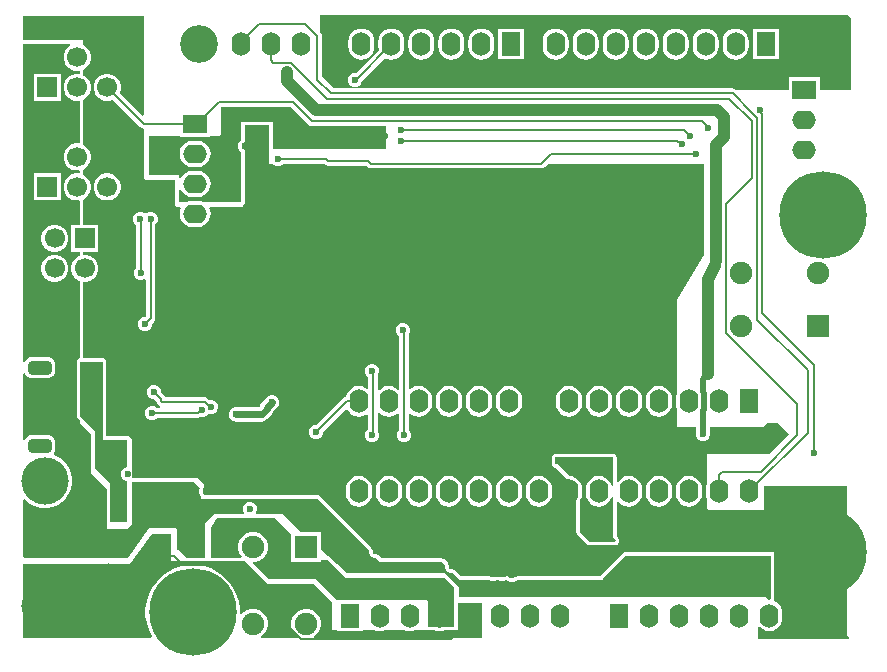
<source format=gbl>
G04*
G04 #@! TF.GenerationSoftware,Altium Limited,Altium Designer,21.3.1 (25)*
G04*
G04 Layer_Physical_Order=2*
G04 Layer_Color=16711680*
%FSLAX44Y44*%
%MOMM*%
G71*
G04*
G04 #@! TF.SameCoordinates,472AA62F-3F09-4C21-BF2B-41C26AEB2B16*
G04*
G04*
G04 #@! TF.FilePolarity,Positive*
G04*
G01*
G75*
%ADD10C,0.2000*%
%ADD11C,0.5000*%
%ADD27R,1.9000X1.9000*%
%ADD64R,1.9000X1.9000*%
%ADD65C,1.9000*%
%ADD71C,0.6000*%
%ADD73C,1.0000*%
%ADD74C,3.2000*%
%ADD75C,4.0000*%
%ADD76O,1.6000X2.0000*%
%ADD77R,1.6000X2.0000*%
%ADD78C,7.4000*%
%ADD79R,1.7000X1.7000*%
%ADD80C,1.7000*%
%ADD81O,2.0000X1.6000*%
%ADD82R,2.0000X1.6000*%
G04:AMPARAMS|DCode=83|XSize=2mm|YSize=1.2mm|CornerRadius=0.36mm|HoleSize=0mm|Usage=FLASHONLY|Rotation=0.000|XOffset=0mm|YOffset=0mm|HoleType=Round|Shape=RoundedRectangle|*
%AMROUNDEDRECTD83*
21,1,2.0000,0.4800,0,0,0.0*
21,1,1.2800,1.2000,0,0,0.0*
1,1,0.7200,0.6400,-0.2400*
1,1,0.7200,-0.6400,-0.2400*
1,1,0.7200,-0.6400,0.2400*
1,1,0.7200,0.6400,0.2400*
%
%ADD83ROUNDEDRECTD83*%
%ADD84C,0.6000*%
G36*
X709500Y528750D02*
Y468000D01*
X683306D01*
Y478360D01*
X657306D01*
Y468000D01*
X612160D01*
X611161Y468668D01*
X610902Y468719D01*
X609600Y468978D01*
X609600Y468978D01*
X272272D01*
X261888Y479362D01*
Y513080D01*
X261578Y514641D01*
X260694Y515964D01*
X260694Y515964D01*
X260250Y516408D01*
Y530750D01*
X707500D01*
X709500Y528750D01*
D02*
G37*
G36*
X111000Y446337D02*
X109827Y445851D01*
X90540Y465138D01*
X90726Y465461D01*
X91510Y468386D01*
Y471414D01*
X90726Y474339D01*
X89212Y476961D01*
X87071Y479102D01*
X84449Y480616D01*
X81524Y481400D01*
X78496D01*
X75571Y480616D01*
X72949Y479102D01*
X70808Y476961D01*
X69294Y474339D01*
X68510Y471414D01*
Y468386D01*
X69294Y465461D01*
X70808Y462839D01*
X72949Y460698D01*
X75571Y459184D01*
X78496Y458400D01*
X81524D01*
X84449Y459184D01*
X84772Y459370D01*
X108114Y436028D01*
X108114Y436028D01*
X109437Y435144D01*
X110998Y434834D01*
X111000Y433637D01*
Y393500D01*
X113000Y391500D01*
X137750D01*
Y370000D01*
X139000Y368750D01*
X141655D01*
X142501Y367480D01*
X141715Y365584D01*
X141337Y362712D01*
X141715Y359840D01*
X142823Y357164D01*
X144587Y354867D01*
X146884Y353103D01*
X149560Y351995D01*
X152432Y351617D01*
X156432D01*
X159304Y351995D01*
X161980Y353103D01*
X164277Y354867D01*
X166040Y357164D01*
X167149Y359840D01*
X167527Y362712D01*
X167149Y365584D01*
X166363Y367480D01*
X167209Y368750D01*
X195250D01*
Y370424D01*
X195663Y370837D01*
X196326Y371829D01*
X196559Y373000D01*
X196559Y373000D01*
Y415263D01*
X196559Y415264D01*
X196559Y415264D01*
X196435Y415883D01*
X196326Y416434D01*
X196326Y416434D01*
X196326Y416434D01*
X196001Y416920D01*
X195663Y417426D01*
X195663Y417426D01*
X195662Y417427D01*
X195576Y417484D01*
X195250Y417811D01*
Y422929D01*
X195576Y423256D01*
X195662Y423313D01*
X195663Y423314D01*
X195663Y423314D01*
X196001Y423820D01*
X196326Y424306D01*
X196326Y424306D01*
X196326Y424306D01*
X196435Y424857D01*
X196559Y425476D01*
X196559Y425476D01*
X196559Y425477D01*
Y437559D01*
X196691Y437691D01*
X217250D01*
Y405813D01*
X217250Y404750D01*
X217500Y404500D01*
X217750Y404750D01*
X218520Y404750D01*
X220495D01*
X221391Y403853D01*
X223596Y402940D01*
X225984D01*
X228189Y403853D01*
X229085Y404750D01*
X263754D01*
X263798Y404706D01*
X263798Y404706D01*
X265121Y403822D01*
X266682Y403512D01*
X299404D01*
X300589Y402326D01*
X300589Y402326D01*
X301912Y401442D01*
X303473Y401132D01*
X303473Y401132D01*
X447686D01*
X447687Y401132D01*
X449247Y401442D01*
X450570Y402326D01*
X452994Y404750D01*
X585250D01*
Y327582D01*
X562500Y289653D01*
Y210525D01*
X561799Y208834D01*
X561421Y205962D01*
Y201962D01*
X561799Y199090D01*
X562500Y197398D01*
Y182250D01*
X578892D01*
Y179395D01*
X578200Y177724D01*
Y175336D01*
X579113Y173131D01*
X580801Y171443D01*
X583007Y170530D01*
X585393D01*
X587599Y171443D01*
X589287Y173131D01*
X590200Y175336D01*
Y177724D01*
X590108Y177946D01*
Y182250D01*
X635250D01*
X638750Y185750D01*
X648250D01*
X657500Y176500D01*
X640000Y159000D01*
X587750D01*
Y133963D01*
X587199Y132634D01*
X586821Y129762D01*
Y125762D01*
X587199Y122890D01*
X587750Y121560D01*
Y113500D01*
X589500Y111750D01*
X635750D01*
Y132250D01*
X636000Y132500D01*
X706000D01*
Y6000D01*
X707980Y4020D01*
X707454Y2750D01*
X631000D01*
Y13056D01*
X632203Y13465D01*
X632743Y12761D01*
X635041Y10998D01*
X637716Y9889D01*
X640588Y9511D01*
X643460Y9889D01*
X646135Y10998D01*
X648433Y12761D01*
X650197Y15058D01*
X651305Y17734D01*
X651683Y20606D01*
Y24606D01*
X651305Y27478D01*
X650197Y30154D01*
X648433Y32451D01*
X646135Y34214D01*
X645515Y34471D01*
X645196Y34743D01*
X644576Y35346D01*
X644686Y35902D01*
X644808Y36455D01*
X644803Y36486D01*
X644809Y36516D01*
Y73250D01*
X644576Y74420D01*
X644500Y74534D01*
Y76500D01*
X520534D01*
X520420Y76576D01*
X519250Y76809D01*
X518079Y76576D01*
X517087Y75913D01*
X517087Y75913D01*
X497337Y56163D01*
X497100Y55809D01*
X426995D01*
X425825Y55576D01*
X425337Y55250D01*
X420483D01*
X419995Y55576D01*
X418825Y55809D01*
X418825Y55809D01*
X417985D01*
X417985Y55809D01*
X416815Y55576D01*
X416615Y55443D01*
X416150Y55250D01*
X412850D01*
X412385Y55443D01*
X412185Y55576D01*
X411015Y55809D01*
X411015Y55809D01*
X410485D01*
X410485Y55809D01*
X409315Y55576D01*
X409115Y55443D01*
X408650Y55250D01*
X405350D01*
X404885Y55443D01*
X404685Y55576D01*
X403515Y55809D01*
X403515Y55809D01*
X380017D01*
X374893Y60933D01*
X373900Y61596D01*
X372730Y61829D01*
X372730Y61829D01*
X372671D01*
X369169Y65331D01*
Y65390D01*
X369169Y65390D01*
X368936Y66561D01*
X368273Y67553D01*
X365663Y70163D01*
X364670Y70826D01*
X363500Y71059D01*
X363500Y71059D01*
X312517D01*
X309943Y73633D01*
X308951Y74296D01*
X308331Y74419D01*
X304289Y78461D01*
X304166Y79081D01*
X303503Y80073D01*
X303503Y80073D01*
X259913Y123663D01*
X258920Y124326D01*
X257750Y124559D01*
X257750Y124559D01*
X162470D01*
X162326Y125285D01*
X162000Y125773D01*
Y134250D01*
X156750Y139500D01*
X100750D01*
Y172250D01*
X98250Y174750D01*
X79259D01*
Y237490D01*
X79026Y238661D01*
X78500Y239448D01*
Y240000D01*
X78250Y240250D01*
X77469D01*
X77371Y240316D01*
X76200Y240549D01*
X59809D01*
Y304984D01*
X62474D01*
X65399Y305768D01*
X68021Y307282D01*
X70162Y309423D01*
X71676Y312045D01*
X72460Y314970D01*
Y317998D01*
X71676Y320923D01*
X70162Y323545D01*
X68021Y325686D01*
X65399Y327200D01*
X62474Y327984D01*
X59809D01*
Y330384D01*
X72460D01*
Y353384D01*
X59809D01*
Y373592D01*
X59769Y373789D01*
X59783Y373991D01*
X59654Y374370D01*
X59576Y374762D01*
X60440Y375659D01*
X61671Y376370D01*
X63812Y378511D01*
X65326Y381133D01*
X66110Y384058D01*
Y387086D01*
X65326Y390011D01*
X63812Y392633D01*
X61671Y394774D01*
X60440Y395485D01*
X59576Y396382D01*
X59654Y396774D01*
X59783Y397153D01*
X59769Y397355D01*
X59809Y397552D01*
Y398992D01*
X59769Y399189D01*
X59783Y399391D01*
X59654Y399770D01*
X59576Y400162D01*
X60440Y401059D01*
X61671Y401770D01*
X63812Y403911D01*
X65326Y406533D01*
X66110Y409458D01*
Y412486D01*
X65326Y415411D01*
X63812Y418033D01*
X61671Y420174D01*
X60440Y420885D01*
X59576Y421782D01*
X59654Y422174D01*
X59783Y422553D01*
X59769Y422755D01*
X59809Y422952D01*
Y457920D01*
X59769Y458117D01*
X59783Y458319D01*
X59654Y458698D01*
X59576Y459090D01*
X60440Y459987D01*
X61671Y460698D01*
X63812Y462839D01*
X65326Y465461D01*
X66110Y468386D01*
Y471414D01*
X65326Y474339D01*
X63812Y476961D01*
X61671Y479102D01*
X60440Y479813D01*
X59576Y480710D01*
X59654Y481102D01*
X59783Y481481D01*
X59769Y481683D01*
X59809Y481880D01*
Y483320D01*
X59769Y483517D01*
X59783Y483719D01*
X59654Y484098D01*
X59576Y484490D01*
X60440Y485387D01*
X61671Y486098D01*
X63812Y488239D01*
X65326Y490861D01*
X66110Y493786D01*
Y496814D01*
X65326Y499739D01*
X63812Y502361D01*
X61671Y504502D01*
X59500Y505756D01*
Y509750D01*
X59750Y510000D01*
X9000D01*
Y530250D01*
X111000D01*
Y446337D01*
D02*
G37*
G36*
X250556Y438366D02*
X250556Y438366D01*
X251879Y437482D01*
X253440Y437172D01*
X253440Y437172D01*
X316000D01*
Y417750D01*
X315750Y417500D01*
X220750D01*
Y440750D01*
X193500D01*
Y425477D01*
X193451Y425457D01*
X191763Y423769D01*
X190850Y421563D01*
Y419176D01*
X191763Y416971D01*
X193451Y415283D01*
X193500Y415263D01*
Y373000D01*
X193000Y372500D01*
X161546D01*
X159304Y373429D01*
X156432Y373807D01*
X152432D01*
X149560Y373429D01*
X147318Y372500D01*
X141250D01*
Y383045D01*
X142520Y383297D01*
X142823Y382565D01*
X144587Y380267D01*
X146884Y378503D01*
X149560Y377395D01*
X152432Y377017D01*
X156432D01*
X159304Y377395D01*
X161980Y378503D01*
X164277Y380267D01*
X166040Y382565D01*
X167149Y385240D01*
X167527Y388112D01*
X167149Y390984D01*
X166040Y393660D01*
X164277Y395957D01*
X161980Y397720D01*
X159304Y398829D01*
X156432Y399207D01*
X152432D01*
X149560Y398829D01*
X146884Y397720D01*
X144587Y395957D01*
X142823Y393660D01*
X142520Y392927D01*
X141250Y393179D01*
Y395000D01*
X140750Y395500D01*
X115250D01*
Y429000D01*
X141432D01*
Y427912D01*
X167432D01*
Y429000D01*
X175250D01*
X176500Y430250D01*
Y453122D01*
X235801D01*
X250556Y438366D01*
D02*
G37*
G36*
X48809Y505230D02*
X47549Y504502D01*
X45408Y502361D01*
X43894Y499739D01*
X43110Y496814D01*
Y493786D01*
X43894Y490861D01*
X45408Y488239D01*
X47549Y486098D01*
X50171Y484584D01*
X53096Y483800D01*
X56124D01*
X56750Y483320D01*
Y481880D01*
X56124Y481400D01*
X53096D01*
X50171Y480616D01*
X47549Y479102D01*
X45408Y476961D01*
X43894Y474339D01*
X43110Y471414D01*
Y468386D01*
X43894Y465461D01*
X45408Y462839D01*
X47549Y460698D01*
X50171Y459184D01*
X53096Y458400D01*
X56124D01*
X56750Y457920D01*
Y422952D01*
X56124Y422472D01*
X53096D01*
X50171Y421688D01*
X47549Y420174D01*
X45408Y418033D01*
X43894Y415411D01*
X43110Y412486D01*
Y409458D01*
X43894Y406533D01*
X45408Y403911D01*
X47549Y401770D01*
X50171Y400256D01*
X53096Y399472D01*
X56124D01*
X56750Y398992D01*
Y397552D01*
X56124Y397072D01*
X53096D01*
X50171Y396288D01*
X47549Y394774D01*
X45408Y392633D01*
X43894Y390011D01*
X43110Y387086D01*
Y384058D01*
X43894Y381133D01*
X45408Y378511D01*
X47549Y376370D01*
X50171Y374856D01*
X53096Y374072D01*
X56124D01*
X56750Y373592D01*
Y353384D01*
X49460D01*
Y343398D01*
Y330384D01*
X56750D01*
Y327262D01*
X56521Y327200D01*
X53899Y325686D01*
X51758Y323545D01*
X50244Y320923D01*
X49460Y317998D01*
Y314970D01*
X50244Y312045D01*
X51758Y309423D01*
X53899Y307282D01*
X56521Y305768D01*
X56750Y305706D01*
Y240469D01*
X55979Y240316D01*
X54987Y239653D01*
X54324Y238661D01*
X54091Y237490D01*
Y191770D01*
X54091Y191770D01*
X54324Y190599D01*
X54987Y189607D01*
X54987Y189607D01*
X56750Y187844D01*
Y185750D01*
X66250Y176250D01*
Y142500D01*
X66500D01*
X79491Y129509D01*
Y101600D01*
X79724Y100429D01*
X79750Y100391D01*
Y96000D01*
X97250D01*
X101000Y99750D01*
X100750Y100000D01*
Y136000D01*
X153000D01*
X158330Y130670D01*
X157830Y129464D01*
Y127077D01*
X158743Y124871D01*
X159500Y124115D01*
Y121500D01*
X257750D01*
X301340Y77910D01*
Y76276D01*
X302253Y74071D01*
X303941Y72383D01*
X306147Y71470D01*
X307780D01*
X311250Y68000D01*
X363500D01*
X366110Y65390D01*
Y63576D01*
X367023Y61371D01*
X368711Y59683D01*
X370916Y58770D01*
X372730D01*
X378750Y52750D01*
X403515D01*
X403601Y52663D01*
X405807Y51750D01*
X408194D01*
X410399Y52663D01*
X410485Y52750D01*
X411015D01*
X411101Y52663D01*
X413307Y51750D01*
X415694D01*
X417899Y52663D01*
X417985Y52750D01*
X418825D01*
X419511Y52063D01*
X421716Y51150D01*
X424104D01*
X426309Y52063D01*
X426995Y52750D01*
X499500D01*
Y54000D01*
X519250Y73750D01*
X519750Y73250D01*
X641750D01*
Y36516D01*
X640480Y36020D01*
X638000Y38500D01*
X377500D01*
Y46500D01*
X376297Y47703D01*
X376206Y48161D01*
X375543Y49153D01*
X367923Y56773D01*
X366931Y57436D01*
X366473Y57527D01*
X364500Y59500D01*
X364000Y59000D01*
X282750D01*
X274388Y66488D01*
X268863Y72013D01*
X267871Y72676D01*
X267365Y72776D01*
X261060Y78422D01*
Y93260D01*
X244490D01*
X227750Y108250D01*
X223350D01*
X222250Y108469D01*
X222250Y108469D01*
X206243D01*
X205791Y109739D01*
X206660Y111837D01*
Y114223D01*
X205747Y116429D01*
X204059Y118117D01*
X201854Y119030D01*
X199466D01*
X197261Y118117D01*
X195573Y116429D01*
X194660Y114223D01*
Y111837D01*
X195529Y109739D01*
X195077Y108469D01*
X172720D01*
X172321Y108389D01*
X171915Y108361D01*
X171741Y108274D01*
X171620Y108250D01*
X170500D01*
X162500Y100250D01*
Y71639D01*
X147361D01*
X141000Y78000D01*
X138750D01*
Y95750D01*
X138000Y96500D01*
X115750D01*
X97250Y71500D01*
X10167Y71253D01*
X9000Y72417D01*
Y120761D01*
X10270Y121287D01*
X12516Y119041D01*
X16283Y116524D01*
X20469Y114790D01*
X24913Y113906D01*
X29443D01*
X33887Y114790D01*
X38073Y116524D01*
X41840Y119041D01*
X45043Y122244D01*
X47560Y126011D01*
X49294Y130197D01*
X50178Y134641D01*
Y139171D01*
X49294Y143615D01*
X47560Y147801D01*
X45043Y151568D01*
X41840Y154771D01*
X38073Y157288D01*
X34999Y158561D01*
X34585Y160108D01*
X35025Y160681D01*
X35690Y162287D01*
X35917Y164010D01*
Y168810D01*
X35690Y170533D01*
X35025Y172138D01*
X33967Y173517D01*
X32589Y174575D01*
X30983Y175240D01*
X29260Y175467D01*
X16460D01*
X14737Y175240D01*
X13132Y174575D01*
X11753Y173517D01*
X10695Y172138D01*
X10270Y171113D01*
X9000Y171365D01*
Y227455D01*
X10270Y227707D01*
X10695Y226681D01*
X11753Y225303D01*
X13132Y224245D01*
X14737Y223580D01*
X16460Y223353D01*
X29260D01*
X30983Y223580D01*
X32589Y224245D01*
X33967Y225303D01*
X35025Y226681D01*
X35690Y228287D01*
X35917Y230010D01*
Y234810D01*
X35690Y236533D01*
X35025Y238139D01*
X33967Y239517D01*
X32589Y240575D01*
X30983Y241240D01*
X29260Y241467D01*
X16460D01*
X14737Y241240D01*
X13132Y240575D01*
X11753Y239517D01*
X10695Y238139D01*
X10270Y237113D01*
X9000Y237365D01*
Y506500D01*
X48469D01*
X48809Y505230D01*
D02*
G37*
G36*
X76200Y171450D02*
X96520D01*
Y148131D01*
X94601Y147337D01*
X92914Y145649D01*
X92000Y143443D01*
Y141056D01*
X92914Y138851D01*
X94601Y137163D01*
X96520Y136369D01*
Y101600D01*
X82550D01*
Y134620D01*
X69850Y147320D01*
Y179070D01*
X57150Y191770D01*
Y237490D01*
X76200D01*
Y171450D01*
D02*
G37*
G36*
X134250Y68580D02*
X196850Y68580D01*
X215900Y49530D01*
X255270Y49530D01*
X270510Y34290D01*
Y10160D01*
X274496D01*
Y9352D01*
X296496D01*
Y10160D01*
X306757D01*
X308024Y9635D01*
X310896Y9257D01*
X313768Y9635D01*
X315035Y10160D01*
X332157D01*
X333424Y9635D01*
X336296Y9257D01*
X339168Y9635D01*
X340435Y10160D01*
X357557D01*
X358824Y9635D01*
X361696Y9257D01*
X364568Y9635D01*
X365835Y10160D01*
X377190D01*
Y33020D01*
X397510D01*
Y3810D01*
X255402D01*
X255062Y5080D01*
X256235Y5757D01*
X258563Y8085D01*
X260208Y10935D01*
X261060Y14114D01*
Y17406D01*
X260208Y20585D01*
X258563Y23435D01*
X256235Y25763D01*
X253385Y27408D01*
X250206Y28260D01*
X246914D01*
X243735Y27408D01*
X240885Y25763D01*
X238557Y23435D01*
X236912Y20585D01*
X236060Y17406D01*
Y14114D01*
X236912Y10935D01*
X238557Y8085D01*
X240885Y5757D01*
X242058Y5080D01*
X241718Y3810D01*
X210402D01*
X210062Y5080D01*
X211235Y5757D01*
X213563Y8085D01*
X215208Y10935D01*
X216060Y14114D01*
Y17406D01*
X215208Y20585D01*
X213563Y23435D01*
X211235Y25763D01*
X208385Y27408D01*
X205206Y28260D01*
X201914D01*
X198735Y27408D01*
X195885Y25763D01*
X193670Y23548D01*
X193182Y23609D01*
X192400Y23970D01*
Y28548D01*
X191415Y34767D01*
X189470Y40755D01*
X186611Y46365D01*
X182910Y51458D01*
X178458Y55910D01*
X173365Y59611D01*
X167755Y62470D01*
X161767Y64415D01*
X155548Y65400D01*
X149252D01*
X143033Y64415D01*
X137045Y62470D01*
X131435Y59611D01*
X126342Y55910D01*
X121890Y51458D01*
X118189Y46365D01*
X115330Y40755D01*
X113385Y34767D01*
X112400Y28548D01*
Y22252D01*
X113385Y16033D01*
X115330Y10045D01*
X117860Y5080D01*
X117114Y3810D01*
X9788D01*
X8890Y4708D01*
X8890Y7620D01*
Y66040D01*
X80010D01*
X81280Y67310D01*
X82550Y66040D01*
X99495D01*
X118000Y92000D01*
X134250D01*
Y68580D01*
D02*
G37*
G36*
X236060Y91600D02*
Y68260D01*
X261060D01*
Y69850D01*
X266700D01*
X281940Y54610D01*
X365760D01*
X373380Y46990D01*
Y13219D01*
X365835D01*
X364664Y12986D01*
X363769Y12615D01*
X361696Y12342D01*
X359623Y12615D01*
X358728Y12986D01*
X357557Y13219D01*
X351790D01*
Y34258D01*
X350426Y35622D01*
X274258D01*
X256540Y53340D01*
X217170D01*
X203423Y67087D01*
X203909Y68260D01*
X205206D01*
X208385Y69112D01*
X211235Y70757D01*
X213563Y73085D01*
X215208Y75935D01*
X216060Y79114D01*
Y82406D01*
X215208Y85585D01*
X213563Y88435D01*
X211235Y90763D01*
X208385Y92408D01*
X205206Y93260D01*
X201914D01*
X198735Y92408D01*
X195885Y90763D01*
X193557Y88435D01*
X191912Y85585D01*
X191060Y82406D01*
Y79114D01*
X191912Y75935D01*
X193557Y73085D01*
X193830Y72812D01*
X193344Y71639D01*
X167640Y71639D01*
Y96520D01*
X172720Y105410D01*
X222250D01*
X236060Y91600D01*
D02*
G37*
%LPC*%
G36*
X648540Y519476D02*
X626540D01*
Y493476D01*
X648540D01*
Y519476D01*
D02*
G37*
G36*
X433148D02*
X411148D01*
Y493476D01*
X433148D01*
Y519476D01*
D02*
G37*
G36*
X612140Y519571D02*
X609268Y519193D01*
X606592Y518084D01*
X604295Y516321D01*
X602532Y514024D01*
X601423Y511348D01*
X601045Y508476D01*
Y504476D01*
X601423Y501604D01*
X602532Y498928D01*
X604295Y496631D01*
X606592Y494868D01*
X609268Y493759D01*
X612140Y493381D01*
X615012Y493759D01*
X617687Y494868D01*
X619985Y496631D01*
X621749Y498928D01*
X622857Y501604D01*
X623235Y504476D01*
Y508476D01*
X622857Y511348D01*
X621749Y514024D01*
X619985Y516321D01*
X617687Y518084D01*
X615012Y519193D01*
X612140Y519571D01*
D02*
G37*
G36*
X586740D02*
X583868Y519193D01*
X581193Y518084D01*
X578895Y516321D01*
X577132Y514024D01*
X576023Y511348D01*
X575645Y508476D01*
Y504476D01*
X576023Y501604D01*
X577132Y498928D01*
X578895Y496631D01*
X581193Y494868D01*
X583868Y493759D01*
X586740Y493381D01*
X589612Y493759D01*
X592287Y494868D01*
X594585Y496631D01*
X596348Y498928D01*
X597457Y501604D01*
X597835Y504476D01*
Y508476D01*
X597457Y511348D01*
X596348Y514024D01*
X594585Y516321D01*
X592287Y518084D01*
X589612Y519193D01*
X586740Y519571D01*
D02*
G37*
G36*
X561340D02*
X558468Y519193D01*
X555793Y518084D01*
X553495Y516321D01*
X551731Y514024D01*
X550623Y511348D01*
X550245Y508476D01*
Y504476D01*
X550623Y501604D01*
X551731Y498928D01*
X553495Y496631D01*
X555793Y494868D01*
X558468Y493759D01*
X561340Y493381D01*
X564212Y493759D01*
X566888Y494868D01*
X569185Y496631D01*
X570948Y498928D01*
X572057Y501604D01*
X572435Y504476D01*
Y508476D01*
X572057Y511348D01*
X570948Y514024D01*
X569185Y516321D01*
X566888Y518084D01*
X564212Y519193D01*
X561340Y519571D01*
D02*
G37*
G36*
X535940D02*
X533068Y519193D01*
X530392Y518084D01*
X528095Y516321D01*
X526331Y514024D01*
X525223Y511348D01*
X524845Y508476D01*
Y504476D01*
X525223Y501604D01*
X526331Y498928D01*
X528095Y496631D01*
X530392Y494868D01*
X533068Y493759D01*
X535940Y493381D01*
X538812Y493759D01*
X541488Y494868D01*
X543785Y496631D01*
X545549Y498928D01*
X546657Y501604D01*
X547035Y504476D01*
Y508476D01*
X546657Y511348D01*
X545549Y514024D01*
X543785Y516321D01*
X541488Y518084D01*
X538812Y519193D01*
X535940Y519571D01*
D02*
G37*
G36*
X510540D02*
X507668Y519193D01*
X504992Y518084D01*
X502695Y516321D01*
X500932Y514024D01*
X499823Y511348D01*
X499445Y508476D01*
Y504476D01*
X499823Y501604D01*
X500932Y498928D01*
X502695Y496631D01*
X504992Y494868D01*
X507668Y493759D01*
X510540Y493381D01*
X513412Y493759D01*
X516087Y494868D01*
X518385Y496631D01*
X520149Y498928D01*
X521257Y501604D01*
X521635Y504476D01*
Y508476D01*
X521257Y511348D01*
X520149Y514024D01*
X518385Y516321D01*
X516087Y518084D01*
X513412Y519193D01*
X510540Y519571D01*
D02*
G37*
G36*
X485140D02*
X482268Y519193D01*
X479593Y518084D01*
X477295Y516321D01*
X475532Y514024D01*
X474423Y511348D01*
X474045Y508476D01*
Y504476D01*
X474423Y501604D01*
X475532Y498928D01*
X477295Y496631D01*
X479593Y494868D01*
X482268Y493759D01*
X485140Y493381D01*
X488012Y493759D01*
X490687Y494868D01*
X492985Y496631D01*
X494748Y498928D01*
X495857Y501604D01*
X496235Y504476D01*
Y508476D01*
X495857Y511348D01*
X494748Y514024D01*
X492985Y516321D01*
X490687Y518084D01*
X488012Y519193D01*
X485140Y519571D01*
D02*
G37*
G36*
X459740D02*
X456868Y519193D01*
X454193Y518084D01*
X451895Y516321D01*
X450131Y514024D01*
X449023Y511348D01*
X448645Y508476D01*
Y504476D01*
X449023Y501604D01*
X450131Y498928D01*
X451895Y496631D01*
X454193Y494868D01*
X456868Y493759D01*
X459740Y493381D01*
X462612Y493759D01*
X465288Y494868D01*
X467585Y496631D01*
X469348Y498928D01*
X470457Y501604D01*
X470835Y504476D01*
Y508476D01*
X470457Y511348D01*
X469348Y514024D01*
X467585Y516321D01*
X465288Y518084D01*
X462612Y519193D01*
X459740Y519571D01*
D02*
G37*
G36*
X396748D02*
X393876Y519193D01*
X391200Y518084D01*
X388903Y516321D01*
X387140Y514024D01*
X386031Y511348D01*
X385653Y508476D01*
Y504476D01*
X386031Y501604D01*
X387140Y498928D01*
X388903Y496631D01*
X391200Y494868D01*
X393876Y493759D01*
X396748Y493381D01*
X399620Y493759D01*
X402295Y494868D01*
X404593Y496631D01*
X406357Y498928D01*
X407465Y501604D01*
X407843Y504476D01*
Y508476D01*
X407465Y511348D01*
X406357Y514024D01*
X404593Y516321D01*
X402295Y518084D01*
X399620Y519193D01*
X396748Y519571D01*
D02*
G37*
G36*
X371348D02*
X368476Y519193D01*
X365801Y518084D01*
X363503Y516321D01*
X361740Y514024D01*
X360631Y511348D01*
X360253Y508476D01*
Y504476D01*
X360631Y501604D01*
X361740Y498928D01*
X363503Y496631D01*
X365801Y494868D01*
X368476Y493759D01*
X371348Y493381D01*
X374220Y493759D01*
X376895Y494868D01*
X379193Y496631D01*
X380956Y498928D01*
X382065Y501604D01*
X382443Y504476D01*
Y508476D01*
X382065Y511348D01*
X380956Y514024D01*
X379193Y516321D01*
X376895Y518084D01*
X374220Y519193D01*
X371348Y519571D01*
D02*
G37*
G36*
X345948D02*
X343076Y519193D01*
X340401Y518084D01*
X338103Y516321D01*
X336339Y514024D01*
X335231Y511348D01*
X334853Y508476D01*
Y504476D01*
X335231Y501604D01*
X336339Y498928D01*
X338103Y496631D01*
X340401Y494868D01*
X343076Y493759D01*
X345948Y493381D01*
X348820Y493759D01*
X351496Y494868D01*
X353793Y496631D01*
X355556Y498928D01*
X356665Y501604D01*
X357043Y504476D01*
Y508476D01*
X356665Y511348D01*
X355556Y514024D01*
X353793Y516321D01*
X351496Y518084D01*
X348820Y519193D01*
X345948Y519571D01*
D02*
G37*
G36*
X320548D02*
X317676Y519193D01*
X315000Y518084D01*
X312703Y516321D01*
X310940Y514024D01*
X309831Y511348D01*
X309453Y508476D01*
Y504476D01*
X309831Y501604D01*
X309905Y501426D01*
X290729Y482250D01*
X288367D01*
X286161Y481337D01*
X284473Y479649D01*
X283560Y477444D01*
Y475056D01*
X284473Y472851D01*
X286161Y471163D01*
X288367Y470250D01*
X290753D01*
X292959Y471163D01*
X294647Y472851D01*
X295560Y475056D01*
Y475546D01*
X314933Y494919D01*
X315000Y494868D01*
X317676Y493759D01*
X320548Y493381D01*
X323420Y493759D01*
X326096Y494868D01*
X328393Y496631D01*
X330157Y498928D01*
X331265Y501604D01*
X331643Y504476D01*
Y508476D01*
X331265Y511348D01*
X330157Y514024D01*
X328393Y516321D01*
X326096Y518084D01*
X323420Y519193D01*
X320548Y519571D01*
D02*
G37*
G36*
X295148D02*
X292276Y519193D01*
X289601Y518084D01*
X287303Y516321D01*
X285539Y514024D01*
X284431Y511348D01*
X284053Y508476D01*
Y504476D01*
X284431Y501604D01*
X285539Y498928D01*
X287303Y496631D01*
X289601Y494868D01*
X292276Y493759D01*
X295148Y493381D01*
X298020Y493759D01*
X300695Y494868D01*
X302993Y496631D01*
X304757Y498928D01*
X305865Y501604D01*
X306243Y504476D01*
Y508476D01*
X305865Y511348D01*
X304757Y514024D01*
X302993Y516321D01*
X300695Y518084D01*
X298020Y519193D01*
X295148Y519571D01*
D02*
G37*
G36*
X81524Y397072D02*
X78496D01*
X75571Y396288D01*
X72949Y394774D01*
X70808Y392633D01*
X69294Y390011D01*
X68510Y387086D01*
Y384058D01*
X69294Y381133D01*
X70808Y378511D01*
X72949Y376370D01*
X75571Y374856D01*
X78496Y374072D01*
X81524D01*
X84449Y374856D01*
X87071Y376370D01*
X89212Y378511D01*
X90726Y381133D01*
X91510Y384058D01*
Y387086D01*
X90726Y390011D01*
X89212Y392633D01*
X87071Y394774D01*
X84449Y396288D01*
X81524Y397072D01*
D02*
G37*
G36*
X118034Y364140D02*
X115646D01*
X113441Y363227D01*
X111349D01*
X109143Y364140D01*
X106756D01*
X104551Y363227D01*
X102863Y361539D01*
X101950Y359333D01*
Y356946D01*
X102863Y354741D01*
X104183Y353422D01*
Y316957D01*
X103486Y316261D01*
X102573Y314056D01*
Y311668D01*
X103486Y309463D01*
X105174Y307775D01*
X107380Y306862D01*
X109767D01*
X111492Y307577D01*
X112762Y306906D01*
Y276009D01*
X111992Y275240D01*
X110567D01*
X108361Y274327D01*
X106673Y272639D01*
X105760Y270434D01*
Y268046D01*
X106673Y265841D01*
X108361Y264153D01*
X110567Y263240D01*
X112954D01*
X115159Y264153D01*
X116847Y265841D01*
X117760Y268046D01*
Y269472D01*
X119724Y271436D01*
X119724Y271436D01*
X120608Y272759D01*
X120918Y274320D01*
X120918Y274320D01*
Y353733D01*
X121927Y354741D01*
X122840Y356946D01*
Y359333D01*
X121927Y361539D01*
X120239Y363227D01*
X118034Y364140D01*
D02*
G37*
G36*
X331394Y270160D02*
X329007D01*
X326801Y269247D01*
X325113Y267559D01*
X324200Y265354D01*
Y262966D01*
X325113Y260761D01*
X326801Y259073D01*
X327392Y258829D01*
Y214369D01*
X326122Y213991D01*
X324063Y215571D01*
X321388Y216679D01*
X318516Y217057D01*
X315644Y216679D01*
X312969Y215571D01*
X310671Y213807D01*
X310281Y213299D01*
X309078Y213708D01*
Y226343D01*
X309336Y226601D01*
X310250Y228806D01*
Y231194D01*
X309336Y233399D01*
X307649Y235087D01*
X305443Y236000D01*
X303057D01*
X300851Y235087D01*
X299163Y233399D01*
X298250Y231194D01*
Y228806D01*
X299163Y226601D01*
X300851Y224913D01*
X300922Y224884D01*
Y215273D01*
X299783Y214712D01*
X298664Y215571D01*
X295988Y216679D01*
X293116Y217057D01*
X290244Y216679D01*
X287568Y215571D01*
X285271Y213807D01*
X283507Y211509D01*
X282399Y208834D01*
X282284Y207957D01*
X281141Y207730D01*
X279818Y206846D01*
X256772Y183800D01*
X255347D01*
X253141Y182887D01*
X251453Y181199D01*
X250540Y178993D01*
Y176607D01*
X251453Y174401D01*
X253141Y172713D01*
X255347Y171800D01*
X257733D01*
X259939Y172713D01*
X261627Y174401D01*
X262540Y176607D01*
Y178032D01*
X281942Y197434D01*
X283188Y197187D01*
X283507Y196415D01*
X285271Y194117D01*
X287568Y192353D01*
X290244Y191245D01*
X293116Y190867D01*
X295988Y191245D01*
X298664Y192353D01*
X299783Y193212D01*
X300922Y192651D01*
Y180281D01*
X299300Y178659D01*
X298386Y176453D01*
Y174067D01*
X299300Y171861D01*
X300987Y170173D01*
X303193Y169260D01*
X305579D01*
X307785Y170173D01*
X309473Y171861D01*
X310386Y174067D01*
Y176453D01*
X309473Y178659D01*
X309078Y179053D01*
Y194216D01*
X310281Y194625D01*
X310671Y194117D01*
X312969Y192353D01*
X315644Y191245D01*
X318516Y190867D01*
X321388Y191245D01*
X324063Y192353D01*
X326122Y193933D01*
X327392Y193555D01*
Y179667D01*
X326383Y178659D01*
X325470Y176453D01*
Y174067D01*
X326383Y171861D01*
X328071Y170173D01*
X330276Y169260D01*
X332663D01*
X334869Y170173D01*
X336557Y171861D01*
X337470Y174067D01*
Y176453D01*
X336557Y178659D01*
X335548Y179667D01*
Y192917D01*
X336818Y193543D01*
X338368Y192353D01*
X341044Y191245D01*
X343916Y190867D01*
X346788Y191245D01*
X349464Y192353D01*
X351761Y194117D01*
X353525Y196415D01*
X354633Y199090D01*
X355011Y201962D01*
Y205962D01*
X354633Y208834D01*
X353525Y211509D01*
X351761Y213807D01*
X349464Y215571D01*
X346788Y216679D01*
X343916Y217057D01*
X341044Y216679D01*
X338368Y215571D01*
X336818Y214381D01*
X335548Y215007D01*
Y261393D01*
X336200Y262966D01*
Y265354D01*
X335287Y267559D01*
X333599Y269247D01*
X331394Y270160D01*
D02*
G37*
G36*
X120574Y218090D02*
X118187D01*
X115981Y217177D01*
X114293Y215489D01*
X113380Y213284D01*
Y210896D01*
X114293Y208691D01*
X115981Y207003D01*
X118187Y206090D01*
X119612D01*
X121703Y203999D01*
X121962Y202697D01*
X122846Y201374D01*
X123894Y200326D01*
X123894Y200326D01*
X124893Y199658D01*
X124508Y198388D01*
X122517D01*
X121509Y199397D01*
X119304Y200310D01*
X116917D01*
X114711Y199397D01*
X113023Y197709D01*
X112110Y195504D01*
Y193116D01*
X113023Y190911D01*
X114711Y189223D01*
X116917Y188310D01*
X119304D01*
X121509Y189223D01*
X122517Y190232D01*
X156874D01*
X156874Y190232D01*
X158434Y190542D01*
X158538Y190611D01*
X158806Y190500D01*
X161194D01*
X163399Y191413D01*
X165087Y193101D01*
X165388Y193829D01*
X166446Y193390D01*
X168834D01*
X171039Y194303D01*
X172727Y195991D01*
X173640Y198197D01*
Y200583D01*
X172727Y202789D01*
X171039Y204477D01*
X168834Y205390D01*
X166471D01*
X165768Y206094D01*
X164445Y206978D01*
X162884Y207288D01*
X162884Y207288D01*
X129500D01*
X129498Y207301D01*
X128614Y208624D01*
X128614Y208624D01*
X125380Y211858D01*
Y213284D01*
X124467Y215489D01*
X122779Y217177D01*
X120574Y218090D01*
D02*
G37*
G36*
X547116Y217057D02*
X544244Y216679D01*
X541568Y215571D01*
X539271Y213807D01*
X537508Y211509D01*
X536399Y208834D01*
X536021Y205962D01*
Y201962D01*
X536399Y199090D01*
X537508Y196415D01*
X539271Y194117D01*
X541568Y192353D01*
X544244Y191245D01*
X547116Y190867D01*
X549988Y191245D01*
X552663Y192353D01*
X554961Y194117D01*
X556725Y196415D01*
X557833Y199090D01*
X558211Y201962D01*
Y205962D01*
X557833Y208834D01*
X556725Y211509D01*
X554961Y213807D01*
X552663Y215571D01*
X549988Y216679D01*
X547116Y217057D01*
D02*
G37*
G36*
X521716D02*
X518844Y216679D01*
X516169Y215571D01*
X513871Y213807D01*
X512108Y211509D01*
X510999Y208834D01*
X510621Y205962D01*
Y201962D01*
X510999Y199090D01*
X512108Y196415D01*
X513871Y194117D01*
X516169Y192353D01*
X518844Y191245D01*
X521716Y190867D01*
X524588Y191245D01*
X527263Y192353D01*
X529561Y194117D01*
X531325Y196415D01*
X532433Y199090D01*
X532811Y201962D01*
Y205962D01*
X532433Y208834D01*
X531325Y211509D01*
X529561Y213807D01*
X527263Y215571D01*
X524588Y216679D01*
X521716Y217057D01*
D02*
G37*
G36*
X496316D02*
X493444Y216679D01*
X490769Y215571D01*
X488471Y213807D01*
X486707Y211509D01*
X485599Y208834D01*
X485221Y205962D01*
Y201962D01*
X485599Y199090D01*
X486707Y196415D01*
X488471Y194117D01*
X490769Y192353D01*
X493444Y191245D01*
X496316Y190867D01*
X499188Y191245D01*
X501864Y192353D01*
X504161Y194117D01*
X505924Y196415D01*
X507033Y199090D01*
X507411Y201962D01*
Y205962D01*
X507033Y208834D01*
X505924Y211509D01*
X504161Y213807D01*
X501864Y215571D01*
X499188Y216679D01*
X496316Y217057D01*
D02*
G37*
G36*
X470916D02*
X468044Y216679D01*
X465368Y215571D01*
X463071Y213807D01*
X461307Y211509D01*
X460199Y208834D01*
X459821Y205962D01*
Y201962D01*
X460199Y199090D01*
X461307Y196415D01*
X463071Y194117D01*
X465368Y192353D01*
X468044Y191245D01*
X470916Y190867D01*
X473788Y191245D01*
X476464Y192353D01*
X478761Y194117D01*
X480524Y196415D01*
X481633Y199090D01*
X482011Y201962D01*
Y205962D01*
X481633Y208834D01*
X480524Y211509D01*
X478761Y213807D01*
X476464Y215571D01*
X473788Y216679D01*
X470916Y217057D01*
D02*
G37*
G36*
X420116D02*
X417244Y216679D01*
X414568Y215571D01*
X412271Y213807D01*
X410508Y211509D01*
X409399Y208834D01*
X409021Y205962D01*
Y201962D01*
X409399Y199090D01*
X410508Y196415D01*
X412271Y194117D01*
X414568Y192353D01*
X417244Y191245D01*
X420116Y190867D01*
X422988Y191245D01*
X425663Y192353D01*
X427961Y194117D01*
X429725Y196415D01*
X430833Y199090D01*
X431211Y201962D01*
Y205962D01*
X430833Y208834D01*
X429725Y211509D01*
X427961Y213807D01*
X425663Y215571D01*
X422988Y216679D01*
X420116Y217057D01*
D02*
G37*
G36*
X394716D02*
X391844Y216679D01*
X389169Y215571D01*
X386871Y213807D01*
X385107Y211509D01*
X383999Y208834D01*
X383621Y205962D01*
Y201962D01*
X383999Y199090D01*
X385107Y196415D01*
X386871Y194117D01*
X389169Y192353D01*
X391844Y191245D01*
X394716Y190867D01*
X397588Y191245D01*
X400263Y192353D01*
X402561Y194117D01*
X404324Y196415D01*
X405433Y199090D01*
X405811Y201962D01*
Y205962D01*
X405433Y208834D01*
X404324Y211509D01*
X402561Y213807D01*
X400263Y215571D01*
X397588Y216679D01*
X394716Y217057D01*
D02*
G37*
G36*
X369316D02*
X366444Y216679D01*
X363769Y215571D01*
X361471Y213807D01*
X359707Y211509D01*
X358599Y208834D01*
X358221Y205962D01*
Y201962D01*
X358599Y199090D01*
X359707Y196415D01*
X361471Y194117D01*
X363769Y192353D01*
X366444Y191245D01*
X369316Y190867D01*
X372188Y191245D01*
X374864Y192353D01*
X377161Y194117D01*
X378924Y196415D01*
X380033Y199090D01*
X380411Y201962D01*
Y205962D01*
X380033Y208834D01*
X378924Y211509D01*
X377161Y213807D01*
X374864Y215571D01*
X372188Y216679D01*
X369316Y217057D01*
D02*
G37*
G36*
X219710Y209317D02*
X219119Y209200D01*
X218517D01*
X217960Y208969D01*
X217369Y208852D01*
X216868Y208517D01*
X216311Y208287D01*
X215885Y207861D01*
X215384Y207526D01*
X215226Y207288D01*
X210608Y202671D01*
X209282Y200686D01*
X209150Y200021D01*
X208286Y199158D01*
X189230D01*
X188639Y199040D01*
X188036D01*
X187480Y198809D01*
X186889Y198692D01*
X186388Y198357D01*
X185831Y198127D01*
X185405Y197701D01*
X184904Y197366D01*
X184569Y196865D01*
X184143Y196439D01*
X183913Y195882D01*
X183578Y195381D01*
X183461Y194790D01*
X183230Y194233D01*
Y193631D01*
X183113Y193040D01*
X183230Y192449D01*
Y191847D01*
X183461Y191290D01*
X183578Y190699D01*
X183913Y190198D01*
X184143Y189641D01*
X184569Y189215D01*
X184904Y188714D01*
X185405Y188379D01*
X185831Y187953D01*
X186388Y187723D01*
X186889Y187388D01*
X187480Y187271D01*
X188036Y187040D01*
X188639D01*
X189230Y186922D01*
X210820D01*
X213161Y187388D01*
X215146Y188714D01*
X219260Y192828D01*
X220586Y194813D01*
X220718Y195478D01*
X224036Y198796D01*
X224529Y199534D01*
X224797Y199801D01*
X224941Y200151D01*
X225362Y200780D01*
X225510Y201523D01*
X225710Y202006D01*
Y202530D01*
X225828Y203121D01*
Y203200D01*
X225710Y203791D01*
Y204394D01*
X225479Y204950D01*
X225362Y205541D01*
X225027Y206042D01*
X224797Y206599D01*
X224370Y207025D01*
X224036Y207526D01*
X223535Y207861D01*
X223109Y208287D01*
X222552Y208517D01*
X222051Y208852D01*
X221460Y208969D01*
X220903Y209200D01*
X220301D01*
X219710Y209317D01*
D02*
G37*
G36*
X572516Y140857D02*
X569644Y140479D01*
X566968Y139370D01*
X564671Y137607D01*
X562907Y135309D01*
X561799Y132634D01*
X561421Y129762D01*
Y125762D01*
X561799Y122890D01*
X562907Y120215D01*
X564671Y117917D01*
X566968Y116153D01*
X569644Y115045D01*
X572516Y114667D01*
X575388Y115045D01*
X578064Y116153D01*
X580361Y117917D01*
X582124Y120215D01*
X583233Y122890D01*
X583611Y125762D01*
Y129762D01*
X583233Y132634D01*
X582124Y135309D01*
X580361Y137607D01*
X578064Y139370D01*
X575388Y140479D01*
X572516Y140857D01*
D02*
G37*
G36*
X547116D02*
X544244Y140479D01*
X541568Y139370D01*
X539271Y137607D01*
X537508Y135309D01*
X536399Y132634D01*
X536021Y129762D01*
Y125762D01*
X536399Y122890D01*
X537508Y120215D01*
X539271Y117917D01*
X541568Y116153D01*
X544244Y115045D01*
X547116Y114667D01*
X549988Y115045D01*
X552663Y116153D01*
X554961Y117917D01*
X556725Y120215D01*
X557833Y122890D01*
X558211Y125762D01*
Y129762D01*
X557833Y132634D01*
X556725Y135309D01*
X554961Y137607D01*
X552663Y139370D01*
X549988Y140479D01*
X547116Y140857D01*
D02*
G37*
G36*
X508250Y159809D02*
X459500D01*
X458330Y159576D01*
X457337Y158913D01*
X456674Y157921D01*
X456441Y156750D01*
Y155253D01*
X456280Y154864D01*
Y152477D01*
X456441Y152087D01*
Y151000D01*
X456674Y149830D01*
X457337Y148837D01*
X458330Y148174D01*
X459500Y147941D01*
X460233D01*
X469590Y138584D01*
X469923Y138362D01*
X470224Y138098D01*
X470415Y138033D01*
X470583Y137921D01*
X470975Y137843D01*
X471354Y137714D01*
X472989Y137499D01*
X474921Y136699D01*
X476580Y135426D01*
X477853Y133767D01*
X478653Y131835D01*
X478952Y129562D01*
Y125962D01*
X478653Y123689D01*
X477853Y121757D01*
X477823Y121719D01*
X477646Y121360D01*
X477424Y121027D01*
X477385Y120829D01*
X477295Y120648D01*
X477269Y120249D01*
X477191Y119857D01*
Y93250D01*
X477424Y92079D01*
X478087Y91087D01*
X486087Y83087D01*
X487080Y82424D01*
X488250Y82191D01*
X488250Y82191D01*
X510091D01*
X510835Y82339D01*
X511261Y82424D01*
X512253Y83087D01*
X512651Y83682D01*
X512917Y84079D01*
X513403Y85253D01*
X513635Y86423D01*
X513403Y87594D01*
X512740Y88586D01*
X511309Y90017D01*
Y119169D01*
X512579Y119600D01*
X513871Y117917D01*
X516169Y116153D01*
X518844Y115045D01*
X521716Y114667D01*
X524588Y115045D01*
X527263Y116153D01*
X529561Y117917D01*
X531325Y120215D01*
X532433Y122890D01*
X532811Y125762D01*
Y129762D01*
X532433Y132634D01*
X531325Y135309D01*
X529561Y137607D01*
X527263Y139370D01*
X524588Y140479D01*
X521716Y140857D01*
X518844Y140479D01*
X516169Y139370D01*
X513871Y137607D01*
X512579Y135924D01*
X511309Y136355D01*
Y156750D01*
X511076Y157921D01*
X510413Y158913D01*
X509421Y159576D01*
X508250Y159809D01*
D02*
G37*
G36*
X445516Y140857D02*
X442644Y140479D01*
X439968Y139370D01*
X437671Y137607D01*
X435908Y135309D01*
X434799Y132634D01*
X434421Y129762D01*
Y125762D01*
X434799Y122890D01*
X435908Y120215D01*
X437671Y117917D01*
X439968Y116153D01*
X442644Y115045D01*
X445516Y114667D01*
X448388Y115045D01*
X451063Y116153D01*
X453361Y117917D01*
X455125Y120215D01*
X456233Y122890D01*
X456611Y125762D01*
Y129762D01*
X456233Y132634D01*
X455125Y135309D01*
X453361Y137607D01*
X451063Y139370D01*
X448388Y140479D01*
X445516Y140857D01*
D02*
G37*
G36*
X420116D02*
X417244Y140479D01*
X414568Y139370D01*
X412271Y137607D01*
X410508Y135309D01*
X409399Y132634D01*
X409021Y129762D01*
Y125762D01*
X409399Y122890D01*
X410508Y120215D01*
X412271Y117917D01*
X414568Y116153D01*
X417244Y115045D01*
X420116Y114667D01*
X422988Y115045D01*
X425663Y116153D01*
X427961Y117917D01*
X429725Y120215D01*
X430833Y122890D01*
X431211Y125762D01*
Y129762D01*
X430833Y132634D01*
X429725Y135309D01*
X427961Y137607D01*
X425663Y139370D01*
X422988Y140479D01*
X420116Y140857D01*
D02*
G37*
G36*
X394716D02*
X391844Y140479D01*
X389169Y139370D01*
X386871Y137607D01*
X385107Y135309D01*
X383999Y132634D01*
X383621Y129762D01*
Y125762D01*
X383999Y122890D01*
X385107Y120215D01*
X386871Y117917D01*
X389169Y116153D01*
X391844Y115045D01*
X394716Y114667D01*
X397588Y115045D01*
X400263Y116153D01*
X402561Y117917D01*
X404324Y120215D01*
X405433Y122890D01*
X405811Y125762D01*
Y129762D01*
X405433Y132634D01*
X404324Y135309D01*
X402561Y137607D01*
X400263Y139370D01*
X397588Y140479D01*
X394716Y140857D01*
D02*
G37*
G36*
X369316D02*
X366444Y140479D01*
X363769Y139370D01*
X361471Y137607D01*
X359707Y135309D01*
X358599Y132634D01*
X358221Y129762D01*
Y125762D01*
X358599Y122890D01*
X359707Y120215D01*
X361471Y117917D01*
X363769Y116153D01*
X366444Y115045D01*
X369316Y114667D01*
X372188Y115045D01*
X374864Y116153D01*
X377161Y117917D01*
X378924Y120215D01*
X380033Y122890D01*
X380411Y125762D01*
Y129762D01*
X380033Y132634D01*
X378924Y135309D01*
X377161Y137607D01*
X374864Y139370D01*
X372188Y140479D01*
X369316Y140857D01*
D02*
G37*
G36*
X343916D02*
X341044Y140479D01*
X338368Y139370D01*
X336071Y137607D01*
X334308Y135309D01*
X333199Y132634D01*
X332821Y129762D01*
Y125762D01*
X333199Y122890D01*
X334308Y120215D01*
X336071Y117917D01*
X338368Y116153D01*
X341044Y115045D01*
X343916Y114667D01*
X346788Y115045D01*
X349464Y116153D01*
X351761Y117917D01*
X353525Y120215D01*
X354633Y122890D01*
X355011Y125762D01*
Y129762D01*
X354633Y132634D01*
X353525Y135309D01*
X351761Y137607D01*
X349464Y139370D01*
X346788Y140479D01*
X343916Y140857D01*
D02*
G37*
G36*
X318516D02*
X315644Y140479D01*
X312969Y139370D01*
X310671Y137607D01*
X308908Y135309D01*
X307799Y132634D01*
X307421Y129762D01*
Y125762D01*
X307799Y122890D01*
X308908Y120215D01*
X310671Y117917D01*
X312969Y116153D01*
X315644Y115045D01*
X318516Y114667D01*
X321388Y115045D01*
X324063Y116153D01*
X326361Y117917D01*
X328125Y120215D01*
X329233Y122890D01*
X329611Y125762D01*
Y129762D01*
X329233Y132634D01*
X328125Y135309D01*
X326361Y137607D01*
X324063Y139370D01*
X321388Y140479D01*
X318516Y140857D01*
D02*
G37*
G36*
X293116D02*
X290244Y140479D01*
X287568Y139370D01*
X285271Y137607D01*
X283507Y135309D01*
X282399Y132634D01*
X282021Y129762D01*
Y125762D01*
X282399Y122890D01*
X283507Y120215D01*
X285271Y117917D01*
X287568Y116153D01*
X290244Y115045D01*
X293116Y114667D01*
X295988Y115045D01*
X298664Y116153D01*
X300961Y117917D01*
X302724Y120215D01*
X303833Y122890D01*
X304211Y125762D01*
Y129762D01*
X303833Y132634D01*
X302724Y135309D01*
X300961Y137607D01*
X298664Y139370D01*
X295988Y140479D01*
X293116Y140857D01*
D02*
G37*
%LPD*%
G36*
X508250Y132872D02*
X507033Y132634D01*
X505924Y135309D01*
X504161Y137607D01*
X501864Y139370D01*
X499188Y140479D01*
X496316Y140857D01*
X493444Y140479D01*
X490769Y139370D01*
X488471Y137607D01*
X486707Y135309D01*
X485599Y132634D01*
X485221Y129762D01*
Y125762D01*
X485599Y122890D01*
X486707Y120215D01*
X488471Y117917D01*
X490769Y116153D01*
X493444Y115045D01*
X496316Y114667D01*
X499188Y115045D01*
X501864Y116153D01*
X504161Y117917D01*
X505924Y120215D01*
X507033Y122890D01*
X508250Y122652D01*
Y89250D01*
X508000Y89000D01*
X510577Y86423D01*
X510091Y85250D01*
X488250D01*
X480250Y93250D01*
Y119857D01*
X480524Y120215D01*
X481633Y122890D01*
X482011Y125762D01*
Y129762D01*
X481633Y132634D01*
X480524Y135309D01*
X478761Y137607D01*
X476464Y139370D01*
X473788Y140479D01*
X471753Y140747D01*
X461500Y151000D01*
X459500D01*
Y156750D01*
X508250D01*
Y132872D01*
D02*
G37*
%LPC*%
G36*
X156432Y424607D02*
X152432D01*
X149560Y424229D01*
X146884Y423120D01*
X144587Y421357D01*
X142823Y419059D01*
X141715Y416384D01*
X141337Y413512D01*
X141715Y410640D01*
X142823Y407965D01*
X144587Y405667D01*
X146884Y403904D01*
X149560Y402795D01*
X152432Y402417D01*
X156432D01*
X159304Y402795D01*
X161980Y403904D01*
X164277Y405667D01*
X166040Y407965D01*
X167149Y410640D01*
X167527Y413512D01*
X167149Y416384D01*
X166040Y419059D01*
X164277Y421357D01*
X161980Y423120D01*
X159304Y424229D01*
X156432Y424607D01*
D02*
G37*
G36*
X40710Y481400D02*
X17710D01*
Y471414D01*
Y458400D01*
X40710D01*
Y481400D01*
D02*
G37*
G36*
Y397072D02*
X17710D01*
Y387086D01*
Y374072D01*
X40710D01*
Y397072D01*
D02*
G37*
G36*
X37074Y353384D02*
X34046D01*
X31121Y352600D01*
X28499Y351086D01*
X26358Y348945D01*
X24844Y346323D01*
X24060Y343398D01*
Y340370D01*
X24844Y337445D01*
X26358Y334823D01*
X28499Y332682D01*
X31121Y331168D01*
X34046Y330384D01*
X37074D01*
X39999Y331168D01*
X42621Y332682D01*
X44762Y334823D01*
X46276Y337445D01*
X47060Y340370D01*
Y343398D01*
X46276Y346323D01*
X44762Y348945D01*
X42621Y351086D01*
X39999Y352600D01*
X37074Y353384D01*
D02*
G37*
G36*
Y327984D02*
X34046D01*
X31121Y327200D01*
X28499Y325686D01*
X26358Y323545D01*
X24844Y320923D01*
X24060Y317998D01*
Y314970D01*
X24844Y312045D01*
X26358Y309423D01*
X28499Y307282D01*
X31121Y305768D01*
X34046Y304984D01*
X37074D01*
X39999Y305768D01*
X42621Y307282D01*
X44762Y309423D01*
X46276Y312045D01*
X47060Y314970D01*
Y317998D01*
X46276Y320923D01*
X44762Y323545D01*
X42621Y325686D01*
X39999Y327200D01*
X37074Y327984D01*
D02*
G37*
G36*
X177038Y87866D02*
X175477Y87556D01*
X174154Y86672D01*
X173270Y85349D01*
X172960Y83788D01*
Y81788D01*
X173270Y80227D01*
X174154Y78904D01*
X175477Y78020D01*
X177038Y77710D01*
X178599Y78020D01*
X179922Y78904D01*
X180806Y80227D01*
X181116Y81788D01*
Y83788D01*
X180806Y85349D01*
X179922Y86672D01*
X178599Y87556D01*
X177038Y87866D01*
D02*
G37*
G36*
X361696Y28430D02*
X360135Y28120D01*
X358812Y27236D01*
X357928Y25913D01*
X357618Y24352D01*
Y22352D01*
X357928Y20791D01*
X358812Y19468D01*
X360135Y18584D01*
X361696Y18274D01*
X363257Y18584D01*
X364580Y19468D01*
X365464Y20791D01*
X365774Y22352D01*
Y24352D01*
X365464Y25913D01*
X364580Y27236D01*
X363257Y28120D01*
X361696Y28430D01*
D02*
G37*
%LPD*%
D10*
X132968Y73058D02*
X136942D01*
X144330Y65670D02*
X180590D01*
X136942Y73058D02*
X144330Y65670D01*
X568000Y433750D02*
X573500Y428250D01*
X329000Y433750D02*
X568000D01*
X328750Y424500D02*
X562564D01*
X565564Y421500D01*
X330200Y263224D02*
Y264160D01*
Y263224D02*
X331470Y261954D01*
Y175260D02*
Y261954D01*
X304250Y230000D02*
X304912Y229338D01*
Y226891D02*
Y229338D01*
X305000Y175874D02*
Y226803D01*
X304912Y226891D02*
X305000Y226803D01*
X304386Y175260D02*
X305000Y175874D01*
X118110Y194310D02*
X156874D01*
X159064Y196500D01*
X126778Y203210D02*
X162884D01*
X166704Y199390D02*
X167640D01*
X125730Y204258D02*
X126778Y203210D01*
X159064Y196500D02*
X160000D01*
X162884Y203210D02*
X166704Y199390D01*
X125730Y204258D02*
Y205740D01*
X664000Y175250D02*
Y201388D01*
X603954Y261434D02*
X664000Y201388D01*
X633250Y144500D02*
X664000Y175250D01*
X600844Y144500D02*
X633250D01*
X597916Y141572D02*
X600844Y144500D01*
X623316Y127762D02*
X673100Y177546D01*
Y230150D01*
X597916Y127762D02*
Y141572D01*
X656590Y256540D02*
Y256660D01*
X634680Y278570D02*
Y447694D01*
Y278570D02*
X656590Y256660D01*
X630140Y273110D02*
Y444303D01*
Y273110D02*
X673100Y230150D01*
X656590Y256540D02*
X678180Y234950D01*
Y160020D02*
Y234950D01*
X625600Y392850D02*
Y441298D01*
X603954Y315399D02*
Y371204D01*
X625600Y392850D01*
X606648Y460250D02*
X624856Y442042D01*
X625600Y441298D01*
X626190Y448310D02*
Y448310D01*
X269160Y464900D02*
X609600D01*
X626190Y448310D01*
Y448310D02*
X626190Y448310D01*
Y448253D02*
Y448310D01*
X565564Y421500D02*
X566500D01*
X583323Y441250D02*
X585119Y439454D01*
Y439317D02*
X588500Y435936D01*
X585119Y439317D02*
Y439454D01*
X588500Y435000D02*
Y435936D01*
X253440Y441250D02*
X583323D01*
X237490Y457200D02*
X253440Y441250D01*
X447687Y405210D02*
X455976Y413500D01*
X578500D01*
X235835Y490870D02*
X266456Y460250D01*
X606648D01*
X218948Y492666D02*
X220744Y490870D01*
X235835D01*
X632460Y449914D02*
X634680Y447694D01*
X632460Y449914D02*
Y450850D01*
X303473Y405210D02*
X447687D01*
X626190Y448253D02*
X630140Y444303D01*
X603954Y261434D02*
X603954Y315399D01*
X623316Y127762D02*
Y127762D01*
X265332Y408940D02*
X266682Y407590D01*
X301093D01*
X303473Y405210D01*
X224790Y408940D02*
X265332D01*
X257810Y476250D02*
X269160Y464900D01*
X156432Y438912D02*
X174720Y457200D01*
X154432Y438912D02*
X156432D01*
X174720Y457200D02*
X237490D01*
X177038Y81788D02*
Y83788D01*
X180590Y65670D02*
X243720Y2540D01*
X370840D01*
X108261Y313174D02*
X108573Y312862D01*
X108261Y313174D02*
Y357828D01*
X107950Y358140D02*
X108261Y357828D01*
X116840Y274320D02*
Y358140D01*
X111760Y269240D02*
X116840Y274320D01*
X282702Y203962D02*
X293116D01*
X256540Y177800D02*
X282702Y203962D01*
X361696Y22352D02*
Y24352D01*
X370840Y2540D02*
X387096Y18796D01*
Y22352D01*
X126238Y79788D02*
X132968Y73058D01*
X100267Y53817D02*
X126238Y79788D01*
X81026Y30734D02*
X100267Y49975D01*
X126238Y79788D02*
Y81788D01*
X100267Y49975D02*
Y53817D01*
X27178Y30734D02*
X81026D01*
X119380Y212090D02*
X125730Y205740D01*
X290496Y476250D02*
X320548Y506302D01*
Y506476D01*
X289560Y476250D02*
X290496D01*
X110998Y438912D02*
X154432D01*
X80010Y469900D02*
X110998Y438912D01*
X218948Y492666D02*
Y506476D01*
X193548Y508476D02*
X208312Y523240D01*
X247650D01*
X193548Y506476D02*
Y508476D01*
X257810Y476250D02*
Y513080D01*
X247650Y523240D02*
X257810Y513080D01*
D11*
X585016Y196784D02*
Y211140D01*
X584500Y196268D02*
X585016Y196784D01*
X584500Y211656D02*
X585016Y211140D01*
X584500Y177537D02*
Y196268D01*
X584200Y176530D02*
X584391Y176721D01*
X584500Y223250D02*
X588500Y227250D01*
X584391Y176721D02*
Y177428D01*
X584500Y211656D02*
Y223250D01*
X584391Y177428D02*
X584500Y177537D01*
D27*
X248560Y80760D02*
D03*
D64*
X681724Y267568D02*
D03*
D65*
X203560Y80760D02*
D03*
Y15760D02*
D03*
X248560D02*
D03*
X681724Y312568D02*
D03*
X616724D02*
D03*
Y267568D02*
D03*
D71*
X214934Y198345D02*
X219710Y203121D01*
X214934Y197154D02*
Y198345D01*
X210820Y193040D02*
X214934Y197154D01*
X189230Y193040D02*
X210820D01*
X219710Y203121D02*
Y203200D01*
D73*
X594481Y318561D02*
G03*
X595684Y323316I-8797J4756D01*
G01*
X595684D02*
X595684Y323316D01*
X602500Y427500D02*
Y444992D01*
X595684Y323316D02*
Y420684D01*
X602500Y427500D01*
X588500Y307498D02*
X594481Y318561D01*
X596642Y450850D02*
X602500Y444992D01*
X256540Y450850D02*
X596642D01*
X588500Y227250D02*
Y307498D01*
X232410Y474980D02*
X256540Y450850D01*
X232410Y474980D02*
Y482600D01*
D74*
X157988Y506476D02*
D03*
D75*
X27178Y136906D02*
D03*
Y30734D02*
D03*
D76*
X193548Y506476D02*
D03*
X218948D02*
D03*
X244348D02*
D03*
X269748D02*
D03*
X295148D02*
D03*
X345948D02*
D03*
X371348D02*
D03*
X396748D02*
D03*
X320548D02*
D03*
X535940D02*
D03*
X612140D02*
D03*
X586740D02*
D03*
X561340D02*
D03*
X510540D02*
D03*
X485140D02*
D03*
X459740D02*
D03*
X387096Y22352D02*
D03*
X310896D02*
D03*
X336296D02*
D03*
X361696D02*
D03*
X412496D02*
D03*
X437896D02*
D03*
X463296D02*
D03*
X615188Y22606D02*
D03*
X538988D02*
D03*
X564388D02*
D03*
X589788D02*
D03*
X640588D02*
D03*
X177038Y81788D02*
D03*
X151638D02*
D03*
X318516Y127762D02*
D03*
X293116D02*
D03*
X343916D02*
D03*
X369316D02*
D03*
X394716D02*
D03*
X420116D02*
D03*
X445516D02*
D03*
X470916D02*
D03*
X496316D02*
D03*
X521716D02*
D03*
X547116D02*
D03*
X572516D02*
D03*
X597916D02*
D03*
X623316D02*
D03*
X293116Y203962D02*
D03*
X318516D02*
D03*
X343916D02*
D03*
X369316D02*
D03*
X394716D02*
D03*
X420116D02*
D03*
X445516D02*
D03*
X470916D02*
D03*
X496316D02*
D03*
X521716D02*
D03*
X547116D02*
D03*
X572516D02*
D03*
X597916D02*
D03*
D77*
X422148Y506476D02*
D03*
X637540D02*
D03*
X285496Y22352D02*
D03*
X513588Y22606D02*
D03*
X126238Y81788D02*
D03*
X623316Y203962D02*
D03*
D78*
X152400Y25400D02*
D03*
X685800Y76200D02*
D03*
Y361950D02*
D03*
D79*
X29210Y469900D02*
D03*
Y385572D02*
D03*
X60960Y341884D02*
D03*
D80*
X54610Y469900D02*
D03*
X80010D02*
D03*
X29210Y495300D02*
D03*
X54610D02*
D03*
X80010D02*
D03*
X54610Y385572D02*
D03*
X80010D02*
D03*
X29210Y410972D02*
D03*
X54610D02*
D03*
X80010D02*
D03*
X35560Y341884D02*
D03*
X60960Y316484D02*
D03*
X35560D02*
D03*
D81*
X154432Y362712D02*
D03*
Y388112D02*
D03*
Y413512D02*
D03*
X670306Y416560D02*
D03*
Y441960D02*
D03*
D82*
X154432Y438912D02*
D03*
X670306Y467360D02*
D03*
D83*
X22860Y166410D02*
D03*
Y232410D02*
D03*
D84*
X200660Y113030D02*
D03*
X149606Y127762D02*
D03*
X163830Y128270D02*
D03*
X314953Y428401D02*
D03*
X329000Y433750D02*
D03*
X328750Y424500D02*
D03*
X131500Y169250D02*
D03*
X98000Y142250D02*
D03*
X107250Y142500D02*
D03*
X116750D02*
D03*
X124750D02*
D03*
X141500Y161000D02*
D03*
Y169250D02*
D03*
X141750Y177500D02*
D03*
X414500Y471750D02*
D03*
X414250Y480750D02*
D03*
X405500Y480500D02*
D03*
X414500Y386750D02*
D03*
X405000D02*
D03*
X414500Y396000D02*
D03*
X330200Y264160D02*
D03*
X304250Y230000D02*
D03*
X331000Y64000D02*
D03*
X580000Y382750D02*
D03*
Y392000D02*
D03*
X637000Y56500D02*
D03*
Y67500D02*
D03*
X414500Y57750D02*
D03*
X407000D02*
D03*
X323000Y64000D02*
D03*
X119750Y409500D02*
D03*
X127250Y414250D02*
D03*
X127000Y405130D02*
D03*
X214250Y434250D02*
D03*
X201000Y280750D02*
D03*
X160000Y196500D02*
D03*
X573500Y428250D02*
D03*
X566500Y421500D02*
D03*
X588500Y435000D02*
D03*
X578500Y413500D02*
D03*
X66000Y449500D02*
D03*
X85090Y285750D02*
D03*
X405130Y396240D02*
D03*
X405000Y471500D02*
D03*
X580390Y401320D02*
D03*
X445770Y220980D02*
D03*
X478790Y254000D02*
D03*
X402590Y255270D02*
D03*
X115570Y246380D02*
D03*
X138750Y217500D02*
D03*
X165100Y264160D02*
D03*
X181610Y201930D02*
D03*
X203200Y204470D02*
D03*
X245110Y195580D02*
D03*
X264160Y224790D02*
D03*
X232410Y245110D02*
D03*
X231140Y328930D02*
D03*
X278130Y351790D02*
D03*
X196850Y420370D02*
D03*
X57150Y518160D02*
D03*
X645160Y181610D02*
D03*
X647700Y172720D02*
D03*
X693420Y125730D02*
D03*
X477520Y85090D02*
D03*
X462280Y111760D02*
D03*
X422910Y57150D02*
D03*
X402590Y76200D02*
D03*
X403860Y109220D02*
D03*
X372110Y64770D02*
D03*
X307340Y77470D02*
D03*
X195580Y138430D02*
D03*
X233680Y130810D02*
D03*
X83820Y246380D02*
D03*
Y226060D02*
D03*
Y181610D02*
D03*
X233680Y444500D02*
D03*
X185420Y419100D02*
D03*
X16510Y285750D02*
D03*
X50800Y283210D02*
D03*
X289560Y63500D02*
D03*
X472440Y40640D02*
D03*
X450850Y44450D02*
D03*
X107950Y358140D02*
D03*
X108573Y312862D02*
D03*
X111760Y269240D02*
D03*
X116840Y358140D02*
D03*
X256540Y177800D02*
D03*
X488950Y88900D02*
D03*
X462280Y153670D02*
D03*
X219710Y203200D02*
D03*
X189230Y193040D02*
D03*
X90170Y115570D02*
D03*
Y105410D02*
D03*
X62230Y220980D02*
D03*
Y232410D02*
D03*
X167640Y199390D02*
D03*
X118110Y194310D02*
D03*
X119380Y212090D02*
D03*
X289560Y476250D02*
D03*
X584200Y176530D02*
D03*
X232410Y482600D02*
D03*
X224790Y408940D02*
D03*
X331470Y175260D02*
D03*
X678180Y160020D02*
D03*
X632460Y450850D02*
D03*
X304386Y175260D02*
D03*
M02*

</source>
